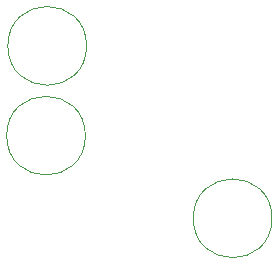
<source format=gbr>
G04 DipTrace 3.2.0.1*
G04 TopAssy.gbr*
%MOIN*%
G04 #@! TF.FileFunction,Drawing,Top*
G04 #@! TF.Part,Single*
%ADD26C,0.000131*%
%FSLAX26Y26*%
G04*
G70*
G90*
G75*
G01*
G04 TopAssy*
%LPD*%
X982940Y1822835D2*
D26*
G02X982940Y1822835I131234J0D01*
G01*
X1601050Y1248031D2*
G02X1601050Y1248031I131234J0D01*
G01*
X979003Y1523622D2*
G02X979003Y1523622I131234J0D01*
G01*
M02*

</source>
